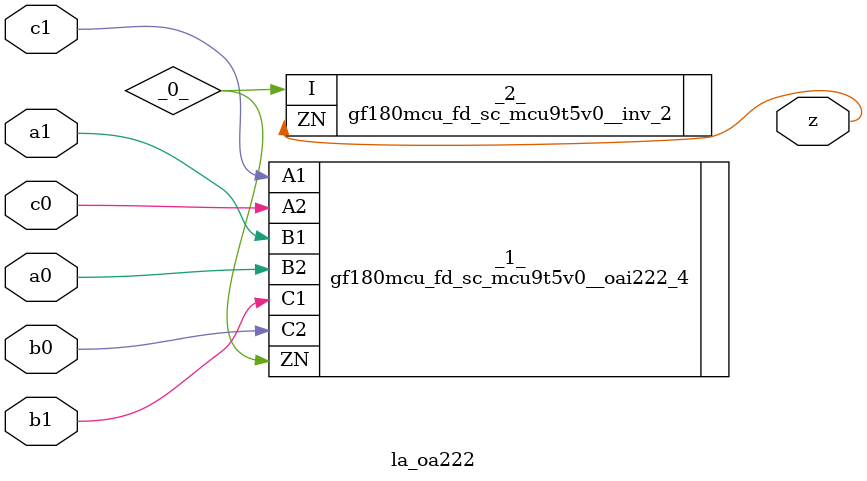
<source format=v>

/* Generated by Yosys 0.44 (git sha1 80ba43d26, g++ 11.4.0-1ubuntu1~22.04 -fPIC -O3) */

(* top =  1  *)
(* src = "inputs/la_oa222.v:10.1-24.10" *)
module la_oa222 (
    a0,
    a1,
    b0,
    b1,
    c0,
    c1,
    z
);
  wire _0_;
  (* src = "inputs/la_oa222.v:13.12-13.14" *)
  input a0;
  wire a0;
  (* src = "inputs/la_oa222.v:14.12-14.14" *)
  input a1;
  wire a1;
  (* src = "inputs/la_oa222.v:15.12-15.14" *)
  input b0;
  wire b0;
  (* src = "inputs/la_oa222.v:16.12-16.14" *)
  input b1;
  wire b1;
  (* src = "inputs/la_oa222.v:17.12-17.14" *)
  input c0;
  wire c0;
  (* src = "inputs/la_oa222.v:18.12-18.14" *)
  input c1;
  wire c1;
  (* src = "inputs/la_oa222.v:19.12-19.13" *)
  output z;
  wire z;
  gf180mcu_fd_sc_mcu9t5v0__oai222_4 _1_ (
      .A1(c1),
      .A2(c0),
      .B1(a1),
      .B2(a0),
      .C1(b1),
      .C2(b0),
      .ZN(_0_)
  );
  gf180mcu_fd_sc_mcu9t5v0__inv_2 _2_ (
      .I (_0_),
      .ZN(z)
  );
endmodule

</source>
